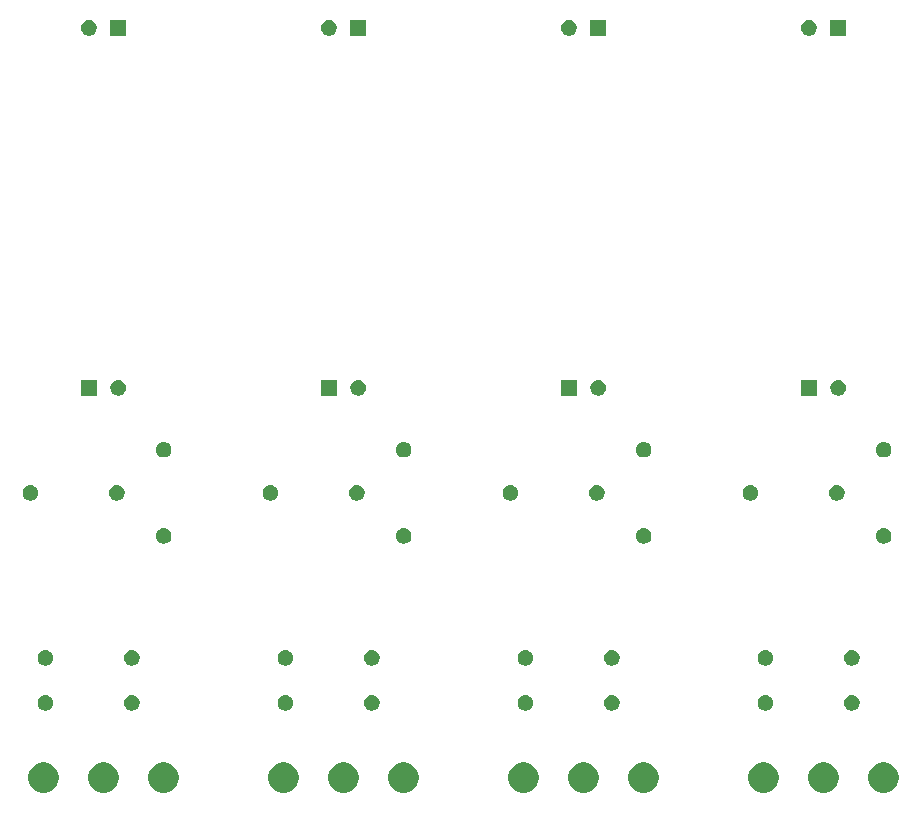
<source format=gbr>
G04 #@! TF.GenerationSoftware,KiCad,Pcbnew,5.1.5-52549c5~86~ubuntu16.04.1*
G04 #@! TF.CreationDate,2020-04-18T11:50:37-06:00*
G04 #@! TF.ProjectId,M_OpDetect,4d5f4f70-4465-4746-9563-742e6b696361,rev?*
G04 #@! TF.SameCoordinates,Original*
G04 #@! TF.FileFunction,Soldermask,Bot*
G04 #@! TF.FilePolarity,Negative*
%FSLAX46Y46*%
G04 Gerber Fmt 4.6, Leading zero omitted, Abs format (unit mm)*
G04 Created by KiCad (PCBNEW 5.1.5-52549c5~86~ubuntu16.04.1) date 2020-04-18 11:50:37*
%MOMM*%
%LPD*%
G04 APERTURE LIST*
%ADD10C,0.100000*%
G04 APERTURE END LIST*
D10*
G36*
X145159393Y-120669304D02*
G01*
X145396101Y-120767352D01*
X145396103Y-120767353D01*
X145609135Y-120909696D01*
X145790304Y-121090865D01*
X145932647Y-121303897D01*
X145932648Y-121303899D01*
X146030696Y-121540607D01*
X146080680Y-121791893D01*
X146080680Y-122048107D01*
X146030696Y-122299393D01*
X145932648Y-122536101D01*
X145932647Y-122536103D01*
X145790304Y-122749135D01*
X145609135Y-122930304D01*
X145396103Y-123072647D01*
X145396102Y-123072648D01*
X145396101Y-123072648D01*
X145159393Y-123170696D01*
X144908107Y-123220680D01*
X144651893Y-123220680D01*
X144400607Y-123170696D01*
X144163899Y-123072648D01*
X144163898Y-123072648D01*
X144163897Y-123072647D01*
X143950865Y-122930304D01*
X143769696Y-122749135D01*
X143627353Y-122536103D01*
X143627352Y-122536101D01*
X143529304Y-122299393D01*
X143479320Y-122048107D01*
X143479320Y-121791893D01*
X143529304Y-121540607D01*
X143627352Y-121303899D01*
X143627353Y-121303897D01*
X143769696Y-121090865D01*
X143950865Y-120909696D01*
X144163897Y-120767353D01*
X144163899Y-120767352D01*
X144400607Y-120669304D01*
X144651893Y-120619320D01*
X144908107Y-120619320D01*
X145159393Y-120669304D01*
G37*
G36*
X206119393Y-120669304D02*
G01*
X206356101Y-120767352D01*
X206356103Y-120767353D01*
X206569135Y-120909696D01*
X206750304Y-121090865D01*
X206892647Y-121303897D01*
X206892648Y-121303899D01*
X206990696Y-121540607D01*
X207040680Y-121791893D01*
X207040680Y-122048107D01*
X206990696Y-122299393D01*
X206892648Y-122536101D01*
X206892647Y-122536103D01*
X206750304Y-122749135D01*
X206569135Y-122930304D01*
X206356103Y-123072647D01*
X206356102Y-123072648D01*
X206356101Y-123072648D01*
X206119393Y-123170696D01*
X205868107Y-123220680D01*
X205611893Y-123220680D01*
X205360607Y-123170696D01*
X205123899Y-123072648D01*
X205123898Y-123072648D01*
X205123897Y-123072647D01*
X204910865Y-122930304D01*
X204729696Y-122749135D01*
X204587353Y-122536103D01*
X204587352Y-122536101D01*
X204489304Y-122299393D01*
X204439320Y-122048107D01*
X204439320Y-121791893D01*
X204489304Y-121540607D01*
X204587352Y-121303899D01*
X204587353Y-121303897D01*
X204729696Y-121090865D01*
X204910865Y-120909696D01*
X205123897Y-120767353D01*
X205123899Y-120767352D01*
X205360607Y-120669304D01*
X205611893Y-120619320D01*
X205868107Y-120619320D01*
X206119393Y-120669304D01*
G37*
G36*
X201039393Y-120669304D02*
G01*
X201276101Y-120767352D01*
X201276103Y-120767353D01*
X201489135Y-120909696D01*
X201670304Y-121090865D01*
X201812647Y-121303897D01*
X201812648Y-121303899D01*
X201910696Y-121540607D01*
X201960680Y-121791893D01*
X201960680Y-122048107D01*
X201910696Y-122299393D01*
X201812648Y-122536101D01*
X201812647Y-122536103D01*
X201670304Y-122749135D01*
X201489135Y-122930304D01*
X201276103Y-123072647D01*
X201276102Y-123072648D01*
X201276101Y-123072648D01*
X201039393Y-123170696D01*
X200788107Y-123220680D01*
X200531893Y-123220680D01*
X200280607Y-123170696D01*
X200043899Y-123072648D01*
X200043898Y-123072648D01*
X200043897Y-123072647D01*
X199830865Y-122930304D01*
X199649696Y-122749135D01*
X199507353Y-122536103D01*
X199507352Y-122536101D01*
X199409304Y-122299393D01*
X199359320Y-122048107D01*
X199359320Y-121791893D01*
X199409304Y-121540607D01*
X199507352Y-121303899D01*
X199507353Y-121303897D01*
X199649696Y-121090865D01*
X199830865Y-120909696D01*
X200043897Y-120767353D01*
X200043899Y-120767352D01*
X200280607Y-120669304D01*
X200531893Y-120619320D01*
X200788107Y-120619320D01*
X201039393Y-120669304D01*
G37*
G36*
X195959393Y-120669304D02*
G01*
X196196101Y-120767352D01*
X196196103Y-120767353D01*
X196409135Y-120909696D01*
X196590304Y-121090865D01*
X196732647Y-121303897D01*
X196732648Y-121303899D01*
X196830696Y-121540607D01*
X196880680Y-121791893D01*
X196880680Y-122048107D01*
X196830696Y-122299393D01*
X196732648Y-122536101D01*
X196732647Y-122536103D01*
X196590304Y-122749135D01*
X196409135Y-122930304D01*
X196196103Y-123072647D01*
X196196102Y-123072648D01*
X196196101Y-123072648D01*
X195959393Y-123170696D01*
X195708107Y-123220680D01*
X195451893Y-123220680D01*
X195200607Y-123170696D01*
X194963899Y-123072648D01*
X194963898Y-123072648D01*
X194963897Y-123072647D01*
X194750865Y-122930304D01*
X194569696Y-122749135D01*
X194427353Y-122536103D01*
X194427352Y-122536101D01*
X194329304Y-122299393D01*
X194279320Y-122048107D01*
X194279320Y-121791893D01*
X194329304Y-121540607D01*
X194427352Y-121303899D01*
X194427353Y-121303897D01*
X194569696Y-121090865D01*
X194750865Y-120909696D01*
X194963897Y-120767353D01*
X194963899Y-120767352D01*
X195200607Y-120669304D01*
X195451893Y-120619320D01*
X195708107Y-120619320D01*
X195959393Y-120669304D01*
G37*
G36*
X180719393Y-120669304D02*
G01*
X180956101Y-120767352D01*
X180956103Y-120767353D01*
X181169135Y-120909696D01*
X181350304Y-121090865D01*
X181492647Y-121303897D01*
X181492648Y-121303899D01*
X181590696Y-121540607D01*
X181640680Y-121791893D01*
X181640680Y-122048107D01*
X181590696Y-122299393D01*
X181492648Y-122536101D01*
X181492647Y-122536103D01*
X181350304Y-122749135D01*
X181169135Y-122930304D01*
X180956103Y-123072647D01*
X180956102Y-123072648D01*
X180956101Y-123072648D01*
X180719393Y-123170696D01*
X180468107Y-123220680D01*
X180211893Y-123220680D01*
X179960607Y-123170696D01*
X179723899Y-123072648D01*
X179723898Y-123072648D01*
X179723897Y-123072647D01*
X179510865Y-122930304D01*
X179329696Y-122749135D01*
X179187353Y-122536103D01*
X179187352Y-122536101D01*
X179089304Y-122299393D01*
X179039320Y-122048107D01*
X179039320Y-121791893D01*
X179089304Y-121540607D01*
X179187352Y-121303899D01*
X179187353Y-121303897D01*
X179329696Y-121090865D01*
X179510865Y-120909696D01*
X179723897Y-120767353D01*
X179723899Y-120767352D01*
X179960607Y-120669304D01*
X180211893Y-120619320D01*
X180468107Y-120619320D01*
X180719393Y-120669304D01*
G37*
G36*
X175639393Y-120669304D02*
G01*
X175876101Y-120767352D01*
X175876103Y-120767353D01*
X176089135Y-120909696D01*
X176270304Y-121090865D01*
X176412647Y-121303897D01*
X176412648Y-121303899D01*
X176510696Y-121540607D01*
X176560680Y-121791893D01*
X176560680Y-122048107D01*
X176510696Y-122299393D01*
X176412648Y-122536101D01*
X176412647Y-122536103D01*
X176270304Y-122749135D01*
X176089135Y-122930304D01*
X175876103Y-123072647D01*
X175876102Y-123072648D01*
X175876101Y-123072648D01*
X175639393Y-123170696D01*
X175388107Y-123220680D01*
X175131893Y-123220680D01*
X174880607Y-123170696D01*
X174643899Y-123072648D01*
X174643898Y-123072648D01*
X174643897Y-123072647D01*
X174430865Y-122930304D01*
X174249696Y-122749135D01*
X174107353Y-122536103D01*
X174107352Y-122536101D01*
X174009304Y-122299393D01*
X173959320Y-122048107D01*
X173959320Y-121791893D01*
X174009304Y-121540607D01*
X174107352Y-121303899D01*
X174107353Y-121303897D01*
X174249696Y-121090865D01*
X174430865Y-120909696D01*
X174643897Y-120767353D01*
X174643899Y-120767352D01*
X174880607Y-120669304D01*
X175131893Y-120619320D01*
X175388107Y-120619320D01*
X175639393Y-120669304D01*
G37*
G36*
X185799393Y-120669304D02*
G01*
X186036101Y-120767352D01*
X186036103Y-120767353D01*
X186249135Y-120909696D01*
X186430304Y-121090865D01*
X186572647Y-121303897D01*
X186572648Y-121303899D01*
X186670696Y-121540607D01*
X186720680Y-121791893D01*
X186720680Y-122048107D01*
X186670696Y-122299393D01*
X186572648Y-122536101D01*
X186572647Y-122536103D01*
X186430304Y-122749135D01*
X186249135Y-122930304D01*
X186036103Y-123072647D01*
X186036102Y-123072648D01*
X186036101Y-123072648D01*
X185799393Y-123170696D01*
X185548107Y-123220680D01*
X185291893Y-123220680D01*
X185040607Y-123170696D01*
X184803899Y-123072648D01*
X184803898Y-123072648D01*
X184803897Y-123072647D01*
X184590865Y-122930304D01*
X184409696Y-122749135D01*
X184267353Y-122536103D01*
X184267352Y-122536101D01*
X184169304Y-122299393D01*
X184119320Y-122048107D01*
X184119320Y-121791893D01*
X184169304Y-121540607D01*
X184267352Y-121303899D01*
X184267353Y-121303897D01*
X184409696Y-121090865D01*
X184590865Y-120909696D01*
X184803897Y-120767353D01*
X184803899Y-120767352D01*
X185040607Y-120669304D01*
X185291893Y-120619320D01*
X185548107Y-120619320D01*
X185799393Y-120669304D01*
G37*
G36*
X155319393Y-120669304D02*
G01*
X155556101Y-120767352D01*
X155556103Y-120767353D01*
X155769135Y-120909696D01*
X155950304Y-121090865D01*
X156092647Y-121303897D01*
X156092648Y-121303899D01*
X156190696Y-121540607D01*
X156240680Y-121791893D01*
X156240680Y-122048107D01*
X156190696Y-122299393D01*
X156092648Y-122536101D01*
X156092647Y-122536103D01*
X155950304Y-122749135D01*
X155769135Y-122930304D01*
X155556103Y-123072647D01*
X155556102Y-123072648D01*
X155556101Y-123072648D01*
X155319393Y-123170696D01*
X155068107Y-123220680D01*
X154811893Y-123220680D01*
X154560607Y-123170696D01*
X154323899Y-123072648D01*
X154323898Y-123072648D01*
X154323897Y-123072647D01*
X154110865Y-122930304D01*
X153929696Y-122749135D01*
X153787353Y-122536103D01*
X153787352Y-122536101D01*
X153689304Y-122299393D01*
X153639320Y-122048107D01*
X153639320Y-121791893D01*
X153689304Y-121540607D01*
X153787352Y-121303899D01*
X153787353Y-121303897D01*
X153929696Y-121090865D01*
X154110865Y-120909696D01*
X154323897Y-120767353D01*
X154323899Y-120767352D01*
X154560607Y-120669304D01*
X154811893Y-120619320D01*
X155068107Y-120619320D01*
X155319393Y-120669304D01*
G37*
G36*
X165479393Y-120669304D02*
G01*
X165716101Y-120767352D01*
X165716103Y-120767353D01*
X165929135Y-120909696D01*
X166110304Y-121090865D01*
X166252647Y-121303897D01*
X166252648Y-121303899D01*
X166350696Y-121540607D01*
X166400680Y-121791893D01*
X166400680Y-122048107D01*
X166350696Y-122299393D01*
X166252648Y-122536101D01*
X166252647Y-122536103D01*
X166110304Y-122749135D01*
X165929135Y-122930304D01*
X165716103Y-123072647D01*
X165716102Y-123072648D01*
X165716101Y-123072648D01*
X165479393Y-123170696D01*
X165228107Y-123220680D01*
X164971893Y-123220680D01*
X164720607Y-123170696D01*
X164483899Y-123072648D01*
X164483898Y-123072648D01*
X164483897Y-123072647D01*
X164270865Y-122930304D01*
X164089696Y-122749135D01*
X163947353Y-122536103D01*
X163947352Y-122536101D01*
X163849304Y-122299393D01*
X163799320Y-122048107D01*
X163799320Y-121791893D01*
X163849304Y-121540607D01*
X163947352Y-121303899D01*
X163947353Y-121303897D01*
X164089696Y-121090865D01*
X164270865Y-120909696D01*
X164483897Y-120767353D01*
X164483899Y-120767352D01*
X164720607Y-120669304D01*
X164971893Y-120619320D01*
X165228107Y-120619320D01*
X165479393Y-120669304D01*
G37*
G36*
X140079393Y-120669304D02*
G01*
X140316101Y-120767352D01*
X140316103Y-120767353D01*
X140529135Y-120909696D01*
X140710304Y-121090865D01*
X140852647Y-121303897D01*
X140852648Y-121303899D01*
X140950696Y-121540607D01*
X141000680Y-121791893D01*
X141000680Y-122048107D01*
X140950696Y-122299393D01*
X140852648Y-122536101D01*
X140852647Y-122536103D01*
X140710304Y-122749135D01*
X140529135Y-122930304D01*
X140316103Y-123072647D01*
X140316102Y-123072648D01*
X140316101Y-123072648D01*
X140079393Y-123170696D01*
X139828107Y-123220680D01*
X139571893Y-123220680D01*
X139320607Y-123170696D01*
X139083899Y-123072648D01*
X139083898Y-123072648D01*
X139083897Y-123072647D01*
X138870865Y-122930304D01*
X138689696Y-122749135D01*
X138547353Y-122536103D01*
X138547352Y-122536101D01*
X138449304Y-122299393D01*
X138399320Y-122048107D01*
X138399320Y-121791893D01*
X138449304Y-121540607D01*
X138547352Y-121303899D01*
X138547353Y-121303897D01*
X138689696Y-121090865D01*
X138870865Y-120909696D01*
X139083897Y-120767353D01*
X139083899Y-120767352D01*
X139320607Y-120669304D01*
X139571893Y-120619320D01*
X139828107Y-120619320D01*
X140079393Y-120669304D01*
G37*
G36*
X134999393Y-120669304D02*
G01*
X135236101Y-120767352D01*
X135236103Y-120767353D01*
X135449135Y-120909696D01*
X135630304Y-121090865D01*
X135772647Y-121303897D01*
X135772648Y-121303899D01*
X135870696Y-121540607D01*
X135920680Y-121791893D01*
X135920680Y-122048107D01*
X135870696Y-122299393D01*
X135772648Y-122536101D01*
X135772647Y-122536103D01*
X135630304Y-122749135D01*
X135449135Y-122930304D01*
X135236103Y-123072647D01*
X135236102Y-123072648D01*
X135236101Y-123072648D01*
X134999393Y-123170696D01*
X134748107Y-123220680D01*
X134491893Y-123220680D01*
X134240607Y-123170696D01*
X134003899Y-123072648D01*
X134003898Y-123072648D01*
X134003897Y-123072647D01*
X133790865Y-122930304D01*
X133609696Y-122749135D01*
X133467353Y-122536103D01*
X133467352Y-122536101D01*
X133369304Y-122299393D01*
X133319320Y-122048107D01*
X133319320Y-121791893D01*
X133369304Y-121540607D01*
X133467352Y-121303899D01*
X133467353Y-121303897D01*
X133609696Y-121090865D01*
X133790865Y-120909696D01*
X134003897Y-120767353D01*
X134003899Y-120767352D01*
X134240607Y-120669304D01*
X134491893Y-120619320D01*
X134748107Y-120619320D01*
X134999393Y-120669304D01*
G37*
G36*
X160399393Y-120669304D02*
G01*
X160636101Y-120767352D01*
X160636103Y-120767353D01*
X160849135Y-120909696D01*
X161030304Y-121090865D01*
X161172647Y-121303897D01*
X161172648Y-121303899D01*
X161270696Y-121540607D01*
X161320680Y-121791893D01*
X161320680Y-122048107D01*
X161270696Y-122299393D01*
X161172648Y-122536101D01*
X161172647Y-122536103D01*
X161030304Y-122749135D01*
X160849135Y-122930304D01*
X160636103Y-123072647D01*
X160636102Y-123072648D01*
X160636101Y-123072648D01*
X160399393Y-123170696D01*
X160148107Y-123220680D01*
X159891893Y-123220680D01*
X159640607Y-123170696D01*
X159403899Y-123072648D01*
X159403898Y-123072648D01*
X159403897Y-123072647D01*
X159190865Y-122930304D01*
X159009696Y-122749135D01*
X158867353Y-122536103D01*
X158867352Y-122536101D01*
X158769304Y-122299393D01*
X158719320Y-122048107D01*
X158719320Y-121791893D01*
X158769304Y-121540607D01*
X158867352Y-121303899D01*
X158867353Y-121303897D01*
X159009696Y-121090865D01*
X159190865Y-120909696D01*
X159403897Y-120767353D01*
X159403899Y-120767352D01*
X159640607Y-120669304D01*
X159891893Y-120619320D01*
X160148107Y-120619320D01*
X160399393Y-120669304D01*
G37*
G36*
X195935431Y-114925747D02*
G01*
X196057365Y-114976254D01*
X196167098Y-115049575D01*
X196260425Y-115142902D01*
X196333746Y-115252635D01*
X196384253Y-115374569D01*
X196410000Y-115504009D01*
X196410000Y-115635991D01*
X196384253Y-115765431D01*
X196333746Y-115887365D01*
X196260425Y-115997098D01*
X196167098Y-116090425D01*
X196057365Y-116163746D01*
X195935431Y-116214253D01*
X195805991Y-116240000D01*
X195674009Y-116240000D01*
X195544569Y-116214253D01*
X195422635Y-116163746D01*
X195312902Y-116090425D01*
X195219575Y-115997098D01*
X195146254Y-115887365D01*
X195095747Y-115765431D01*
X195070000Y-115635991D01*
X195070000Y-115504009D01*
X195095747Y-115374569D01*
X195146254Y-115252635D01*
X195219575Y-115142902D01*
X195312902Y-115049575D01*
X195422635Y-114976254D01*
X195544569Y-114925747D01*
X195674009Y-114900000D01*
X195805991Y-114900000D01*
X195935431Y-114925747D01*
G37*
G36*
X203235431Y-114925747D02*
G01*
X203357365Y-114976254D01*
X203467098Y-115049575D01*
X203560425Y-115142902D01*
X203633746Y-115252635D01*
X203684253Y-115374569D01*
X203710000Y-115504009D01*
X203710000Y-115635991D01*
X203684253Y-115765431D01*
X203633746Y-115887365D01*
X203560425Y-115997098D01*
X203467098Y-116090425D01*
X203357365Y-116163746D01*
X203235431Y-116214253D01*
X203105991Y-116240000D01*
X202974009Y-116240000D01*
X202844569Y-116214253D01*
X202722635Y-116163746D01*
X202612902Y-116090425D01*
X202519575Y-115997098D01*
X202446254Y-115887365D01*
X202395747Y-115765431D01*
X202370000Y-115635991D01*
X202370000Y-115504009D01*
X202395747Y-115374569D01*
X202446254Y-115252635D01*
X202519575Y-115142902D01*
X202612902Y-115049575D01*
X202722635Y-114976254D01*
X202844569Y-114925747D01*
X202974009Y-114900000D01*
X203105991Y-114900000D01*
X203235431Y-114925747D01*
G37*
G36*
X175615431Y-114925747D02*
G01*
X175737365Y-114976254D01*
X175847098Y-115049575D01*
X175940425Y-115142902D01*
X176013746Y-115252635D01*
X176064253Y-115374569D01*
X176090000Y-115504009D01*
X176090000Y-115635991D01*
X176064253Y-115765431D01*
X176013746Y-115887365D01*
X175940425Y-115997098D01*
X175847098Y-116090425D01*
X175737365Y-116163746D01*
X175615431Y-116214253D01*
X175485991Y-116240000D01*
X175354009Y-116240000D01*
X175224569Y-116214253D01*
X175102635Y-116163746D01*
X174992902Y-116090425D01*
X174899575Y-115997098D01*
X174826254Y-115887365D01*
X174775747Y-115765431D01*
X174750000Y-115635991D01*
X174750000Y-115504009D01*
X174775747Y-115374569D01*
X174826254Y-115252635D01*
X174899575Y-115142902D01*
X174992902Y-115049575D01*
X175102635Y-114976254D01*
X175224569Y-114925747D01*
X175354009Y-114900000D01*
X175485991Y-114900000D01*
X175615431Y-114925747D01*
G37*
G36*
X182915431Y-114925747D02*
G01*
X183037365Y-114976254D01*
X183147098Y-115049575D01*
X183240425Y-115142902D01*
X183313746Y-115252635D01*
X183364253Y-115374569D01*
X183390000Y-115504009D01*
X183390000Y-115635991D01*
X183364253Y-115765431D01*
X183313746Y-115887365D01*
X183240425Y-115997098D01*
X183147098Y-116090425D01*
X183037365Y-116163746D01*
X182915431Y-116214253D01*
X182785991Y-116240000D01*
X182654009Y-116240000D01*
X182524569Y-116214253D01*
X182402635Y-116163746D01*
X182292902Y-116090425D01*
X182199575Y-115997098D01*
X182126254Y-115887365D01*
X182075747Y-115765431D01*
X182050000Y-115635991D01*
X182050000Y-115504009D01*
X182075747Y-115374569D01*
X182126254Y-115252635D01*
X182199575Y-115142902D01*
X182292902Y-115049575D01*
X182402635Y-114976254D01*
X182524569Y-114925747D01*
X182654009Y-114900000D01*
X182785991Y-114900000D01*
X182915431Y-114925747D01*
G37*
G36*
X162595431Y-114925747D02*
G01*
X162717365Y-114976254D01*
X162827098Y-115049575D01*
X162920425Y-115142902D01*
X162993746Y-115252635D01*
X163044253Y-115374569D01*
X163070000Y-115504009D01*
X163070000Y-115635991D01*
X163044253Y-115765431D01*
X162993746Y-115887365D01*
X162920425Y-115997098D01*
X162827098Y-116090425D01*
X162717365Y-116163746D01*
X162595431Y-116214253D01*
X162465991Y-116240000D01*
X162334009Y-116240000D01*
X162204569Y-116214253D01*
X162082635Y-116163746D01*
X161972902Y-116090425D01*
X161879575Y-115997098D01*
X161806254Y-115887365D01*
X161755747Y-115765431D01*
X161730000Y-115635991D01*
X161730000Y-115504009D01*
X161755747Y-115374569D01*
X161806254Y-115252635D01*
X161879575Y-115142902D01*
X161972902Y-115049575D01*
X162082635Y-114976254D01*
X162204569Y-114925747D01*
X162334009Y-114900000D01*
X162465991Y-114900000D01*
X162595431Y-114925747D01*
G37*
G36*
X134975431Y-114925747D02*
G01*
X135097365Y-114976254D01*
X135207098Y-115049575D01*
X135300425Y-115142902D01*
X135373746Y-115252635D01*
X135424253Y-115374569D01*
X135450000Y-115504009D01*
X135450000Y-115635991D01*
X135424253Y-115765431D01*
X135373746Y-115887365D01*
X135300425Y-115997098D01*
X135207098Y-116090425D01*
X135097365Y-116163746D01*
X134975431Y-116214253D01*
X134845991Y-116240000D01*
X134714009Y-116240000D01*
X134584569Y-116214253D01*
X134462635Y-116163746D01*
X134352902Y-116090425D01*
X134259575Y-115997098D01*
X134186254Y-115887365D01*
X134135747Y-115765431D01*
X134110000Y-115635991D01*
X134110000Y-115504009D01*
X134135747Y-115374569D01*
X134186254Y-115252635D01*
X134259575Y-115142902D01*
X134352902Y-115049575D01*
X134462635Y-114976254D01*
X134584569Y-114925747D01*
X134714009Y-114900000D01*
X134845991Y-114900000D01*
X134975431Y-114925747D01*
G37*
G36*
X142275431Y-114925747D02*
G01*
X142397365Y-114976254D01*
X142507098Y-115049575D01*
X142600425Y-115142902D01*
X142673746Y-115252635D01*
X142724253Y-115374569D01*
X142750000Y-115504009D01*
X142750000Y-115635991D01*
X142724253Y-115765431D01*
X142673746Y-115887365D01*
X142600425Y-115997098D01*
X142507098Y-116090425D01*
X142397365Y-116163746D01*
X142275431Y-116214253D01*
X142145991Y-116240000D01*
X142014009Y-116240000D01*
X141884569Y-116214253D01*
X141762635Y-116163746D01*
X141652902Y-116090425D01*
X141559575Y-115997098D01*
X141486254Y-115887365D01*
X141435747Y-115765431D01*
X141410000Y-115635991D01*
X141410000Y-115504009D01*
X141435747Y-115374569D01*
X141486254Y-115252635D01*
X141559575Y-115142902D01*
X141652902Y-115049575D01*
X141762635Y-114976254D01*
X141884569Y-114925747D01*
X142014009Y-114900000D01*
X142145991Y-114900000D01*
X142275431Y-114925747D01*
G37*
G36*
X155295431Y-114925747D02*
G01*
X155417365Y-114976254D01*
X155527098Y-115049575D01*
X155620425Y-115142902D01*
X155693746Y-115252635D01*
X155744253Y-115374569D01*
X155770000Y-115504009D01*
X155770000Y-115635991D01*
X155744253Y-115765431D01*
X155693746Y-115887365D01*
X155620425Y-115997098D01*
X155527098Y-116090425D01*
X155417365Y-116163746D01*
X155295431Y-116214253D01*
X155165991Y-116240000D01*
X155034009Y-116240000D01*
X154904569Y-116214253D01*
X154782635Y-116163746D01*
X154672902Y-116090425D01*
X154579575Y-115997098D01*
X154506254Y-115887365D01*
X154455747Y-115765431D01*
X154430000Y-115635991D01*
X154430000Y-115504009D01*
X154455747Y-115374569D01*
X154506254Y-115252635D01*
X154579575Y-115142902D01*
X154672902Y-115049575D01*
X154782635Y-114976254D01*
X154904569Y-114925747D01*
X155034009Y-114900000D01*
X155165991Y-114900000D01*
X155295431Y-114925747D01*
G37*
G36*
X182915431Y-111115747D02*
G01*
X183037365Y-111166254D01*
X183147098Y-111239575D01*
X183240425Y-111332902D01*
X183313746Y-111442635D01*
X183364253Y-111564569D01*
X183390000Y-111694009D01*
X183390000Y-111825991D01*
X183364253Y-111955431D01*
X183313746Y-112077365D01*
X183240425Y-112187098D01*
X183147098Y-112280425D01*
X183037365Y-112353746D01*
X182915431Y-112404253D01*
X182785991Y-112430000D01*
X182654009Y-112430000D01*
X182524569Y-112404253D01*
X182402635Y-112353746D01*
X182292902Y-112280425D01*
X182199575Y-112187098D01*
X182126254Y-112077365D01*
X182075747Y-111955431D01*
X182050000Y-111825991D01*
X182050000Y-111694009D01*
X182075747Y-111564569D01*
X182126254Y-111442635D01*
X182199575Y-111332902D01*
X182292902Y-111239575D01*
X182402635Y-111166254D01*
X182524569Y-111115747D01*
X182654009Y-111090000D01*
X182785991Y-111090000D01*
X182915431Y-111115747D01*
G37*
G36*
X175615431Y-111115747D02*
G01*
X175737365Y-111166254D01*
X175847098Y-111239575D01*
X175940425Y-111332902D01*
X176013746Y-111442635D01*
X176064253Y-111564569D01*
X176090000Y-111694009D01*
X176090000Y-111825991D01*
X176064253Y-111955431D01*
X176013746Y-112077365D01*
X175940425Y-112187098D01*
X175847098Y-112280425D01*
X175737365Y-112353746D01*
X175615431Y-112404253D01*
X175485991Y-112430000D01*
X175354009Y-112430000D01*
X175224569Y-112404253D01*
X175102635Y-112353746D01*
X174992902Y-112280425D01*
X174899575Y-112187098D01*
X174826254Y-112077365D01*
X174775747Y-111955431D01*
X174750000Y-111825991D01*
X174750000Y-111694009D01*
X174775747Y-111564569D01*
X174826254Y-111442635D01*
X174899575Y-111332902D01*
X174992902Y-111239575D01*
X175102635Y-111166254D01*
X175224569Y-111115747D01*
X175354009Y-111090000D01*
X175485991Y-111090000D01*
X175615431Y-111115747D01*
G37*
G36*
X162595431Y-111115747D02*
G01*
X162717365Y-111166254D01*
X162827098Y-111239575D01*
X162920425Y-111332902D01*
X162993746Y-111442635D01*
X163044253Y-111564569D01*
X163070000Y-111694009D01*
X163070000Y-111825991D01*
X163044253Y-111955431D01*
X162993746Y-112077365D01*
X162920425Y-112187098D01*
X162827098Y-112280425D01*
X162717365Y-112353746D01*
X162595431Y-112404253D01*
X162465991Y-112430000D01*
X162334009Y-112430000D01*
X162204569Y-112404253D01*
X162082635Y-112353746D01*
X161972902Y-112280425D01*
X161879575Y-112187098D01*
X161806254Y-112077365D01*
X161755747Y-111955431D01*
X161730000Y-111825991D01*
X161730000Y-111694009D01*
X161755747Y-111564569D01*
X161806254Y-111442635D01*
X161879575Y-111332902D01*
X161972902Y-111239575D01*
X162082635Y-111166254D01*
X162204569Y-111115747D01*
X162334009Y-111090000D01*
X162465991Y-111090000D01*
X162595431Y-111115747D01*
G37*
G36*
X155295431Y-111115747D02*
G01*
X155417365Y-111166254D01*
X155527098Y-111239575D01*
X155620425Y-111332902D01*
X155693746Y-111442635D01*
X155744253Y-111564569D01*
X155770000Y-111694009D01*
X155770000Y-111825991D01*
X155744253Y-111955431D01*
X155693746Y-112077365D01*
X155620425Y-112187098D01*
X155527098Y-112280425D01*
X155417365Y-112353746D01*
X155295431Y-112404253D01*
X155165991Y-112430000D01*
X155034009Y-112430000D01*
X154904569Y-112404253D01*
X154782635Y-112353746D01*
X154672902Y-112280425D01*
X154579575Y-112187098D01*
X154506254Y-112077365D01*
X154455747Y-111955431D01*
X154430000Y-111825991D01*
X154430000Y-111694009D01*
X154455747Y-111564569D01*
X154506254Y-111442635D01*
X154579575Y-111332902D01*
X154672902Y-111239575D01*
X154782635Y-111166254D01*
X154904569Y-111115747D01*
X155034009Y-111090000D01*
X155165991Y-111090000D01*
X155295431Y-111115747D01*
G37*
G36*
X142275431Y-111115747D02*
G01*
X142397365Y-111166254D01*
X142507098Y-111239575D01*
X142600425Y-111332902D01*
X142673746Y-111442635D01*
X142724253Y-111564569D01*
X142750000Y-111694009D01*
X142750000Y-111825991D01*
X142724253Y-111955431D01*
X142673746Y-112077365D01*
X142600425Y-112187098D01*
X142507098Y-112280425D01*
X142397365Y-112353746D01*
X142275431Y-112404253D01*
X142145991Y-112430000D01*
X142014009Y-112430000D01*
X141884569Y-112404253D01*
X141762635Y-112353746D01*
X141652902Y-112280425D01*
X141559575Y-112187098D01*
X141486254Y-112077365D01*
X141435747Y-111955431D01*
X141410000Y-111825991D01*
X141410000Y-111694009D01*
X141435747Y-111564569D01*
X141486254Y-111442635D01*
X141559575Y-111332902D01*
X141652902Y-111239575D01*
X141762635Y-111166254D01*
X141884569Y-111115747D01*
X142014009Y-111090000D01*
X142145991Y-111090000D01*
X142275431Y-111115747D01*
G37*
G36*
X134975431Y-111115747D02*
G01*
X135097365Y-111166254D01*
X135207098Y-111239575D01*
X135300425Y-111332902D01*
X135373746Y-111442635D01*
X135424253Y-111564569D01*
X135450000Y-111694009D01*
X135450000Y-111825991D01*
X135424253Y-111955431D01*
X135373746Y-112077365D01*
X135300425Y-112187098D01*
X135207098Y-112280425D01*
X135097365Y-112353746D01*
X134975431Y-112404253D01*
X134845991Y-112430000D01*
X134714009Y-112430000D01*
X134584569Y-112404253D01*
X134462635Y-112353746D01*
X134352902Y-112280425D01*
X134259575Y-112187098D01*
X134186254Y-112077365D01*
X134135747Y-111955431D01*
X134110000Y-111825991D01*
X134110000Y-111694009D01*
X134135747Y-111564569D01*
X134186254Y-111442635D01*
X134259575Y-111332902D01*
X134352902Y-111239575D01*
X134462635Y-111166254D01*
X134584569Y-111115747D01*
X134714009Y-111090000D01*
X134845991Y-111090000D01*
X134975431Y-111115747D01*
G37*
G36*
X195935431Y-111115747D02*
G01*
X196057365Y-111166254D01*
X196167098Y-111239575D01*
X196260425Y-111332902D01*
X196333746Y-111442635D01*
X196384253Y-111564569D01*
X196410000Y-111694009D01*
X196410000Y-111825991D01*
X196384253Y-111955431D01*
X196333746Y-112077365D01*
X196260425Y-112187098D01*
X196167098Y-112280425D01*
X196057365Y-112353746D01*
X195935431Y-112404253D01*
X195805991Y-112430000D01*
X195674009Y-112430000D01*
X195544569Y-112404253D01*
X195422635Y-112353746D01*
X195312902Y-112280425D01*
X195219575Y-112187098D01*
X195146254Y-112077365D01*
X195095747Y-111955431D01*
X195070000Y-111825991D01*
X195070000Y-111694009D01*
X195095747Y-111564569D01*
X195146254Y-111442635D01*
X195219575Y-111332902D01*
X195312902Y-111239575D01*
X195422635Y-111166254D01*
X195544569Y-111115747D01*
X195674009Y-111090000D01*
X195805991Y-111090000D01*
X195935431Y-111115747D01*
G37*
G36*
X203235431Y-111115747D02*
G01*
X203357365Y-111166254D01*
X203467098Y-111239575D01*
X203560425Y-111332902D01*
X203633746Y-111442635D01*
X203684253Y-111564569D01*
X203710000Y-111694009D01*
X203710000Y-111825991D01*
X203684253Y-111955431D01*
X203633746Y-112077365D01*
X203560425Y-112187098D01*
X203467098Y-112280425D01*
X203357365Y-112353746D01*
X203235431Y-112404253D01*
X203105991Y-112430000D01*
X202974009Y-112430000D01*
X202844569Y-112404253D01*
X202722635Y-112353746D01*
X202612902Y-112280425D01*
X202519575Y-112187098D01*
X202446254Y-112077365D01*
X202395747Y-111955431D01*
X202370000Y-111825991D01*
X202370000Y-111694009D01*
X202395747Y-111564569D01*
X202446254Y-111442635D01*
X202519575Y-111332902D01*
X202612902Y-111239575D01*
X202722635Y-111166254D01*
X202844569Y-111115747D01*
X202974009Y-111090000D01*
X203105991Y-111090000D01*
X203235431Y-111115747D01*
G37*
G36*
X185615431Y-100795747D02*
G01*
X185737365Y-100846254D01*
X185847098Y-100919575D01*
X185940425Y-101012902D01*
X186013746Y-101122635D01*
X186064253Y-101244569D01*
X186090000Y-101374009D01*
X186090000Y-101505991D01*
X186064253Y-101635431D01*
X186013746Y-101757365D01*
X185940425Y-101867098D01*
X185847098Y-101960425D01*
X185737365Y-102033746D01*
X185615431Y-102084253D01*
X185485991Y-102110000D01*
X185354009Y-102110000D01*
X185224569Y-102084253D01*
X185102635Y-102033746D01*
X184992902Y-101960425D01*
X184899575Y-101867098D01*
X184826254Y-101757365D01*
X184775747Y-101635431D01*
X184750000Y-101505991D01*
X184750000Y-101374009D01*
X184775747Y-101244569D01*
X184826254Y-101122635D01*
X184899575Y-101012902D01*
X184992902Y-100919575D01*
X185102635Y-100846254D01*
X185224569Y-100795747D01*
X185354009Y-100770000D01*
X185485991Y-100770000D01*
X185615431Y-100795747D01*
G37*
G36*
X165295431Y-100795747D02*
G01*
X165417365Y-100846254D01*
X165527098Y-100919575D01*
X165620425Y-101012902D01*
X165693746Y-101122635D01*
X165744253Y-101244569D01*
X165770000Y-101374009D01*
X165770000Y-101505991D01*
X165744253Y-101635431D01*
X165693746Y-101757365D01*
X165620425Y-101867098D01*
X165527098Y-101960425D01*
X165417365Y-102033746D01*
X165295431Y-102084253D01*
X165165991Y-102110000D01*
X165034009Y-102110000D01*
X164904569Y-102084253D01*
X164782635Y-102033746D01*
X164672902Y-101960425D01*
X164579575Y-101867098D01*
X164506254Y-101757365D01*
X164455747Y-101635431D01*
X164430000Y-101505991D01*
X164430000Y-101374009D01*
X164455747Y-101244569D01*
X164506254Y-101122635D01*
X164579575Y-101012902D01*
X164672902Y-100919575D01*
X164782635Y-100846254D01*
X164904569Y-100795747D01*
X165034009Y-100770000D01*
X165165991Y-100770000D01*
X165295431Y-100795747D01*
G37*
G36*
X205935431Y-100795747D02*
G01*
X206057365Y-100846254D01*
X206167098Y-100919575D01*
X206260425Y-101012902D01*
X206333746Y-101122635D01*
X206384253Y-101244569D01*
X206410000Y-101374009D01*
X206410000Y-101505991D01*
X206384253Y-101635431D01*
X206333746Y-101757365D01*
X206260425Y-101867098D01*
X206167098Y-101960425D01*
X206057365Y-102033746D01*
X205935431Y-102084253D01*
X205805991Y-102110000D01*
X205674009Y-102110000D01*
X205544569Y-102084253D01*
X205422635Y-102033746D01*
X205312902Y-101960425D01*
X205219575Y-101867098D01*
X205146254Y-101757365D01*
X205095747Y-101635431D01*
X205070000Y-101505991D01*
X205070000Y-101374009D01*
X205095747Y-101244569D01*
X205146254Y-101122635D01*
X205219575Y-101012902D01*
X205312902Y-100919575D01*
X205422635Y-100846254D01*
X205544569Y-100795747D01*
X205674009Y-100770000D01*
X205805991Y-100770000D01*
X205935431Y-100795747D01*
G37*
G36*
X144975431Y-100795747D02*
G01*
X145097365Y-100846254D01*
X145207098Y-100919575D01*
X145300425Y-101012902D01*
X145373746Y-101122635D01*
X145424253Y-101244569D01*
X145450000Y-101374009D01*
X145450000Y-101505991D01*
X145424253Y-101635431D01*
X145373746Y-101757365D01*
X145300425Y-101867098D01*
X145207098Y-101960425D01*
X145097365Y-102033746D01*
X144975431Y-102084253D01*
X144845991Y-102110000D01*
X144714009Y-102110000D01*
X144584569Y-102084253D01*
X144462635Y-102033746D01*
X144352902Y-101960425D01*
X144259575Y-101867098D01*
X144186254Y-101757365D01*
X144135747Y-101635431D01*
X144110000Y-101505991D01*
X144110000Y-101374009D01*
X144135747Y-101244569D01*
X144186254Y-101122635D01*
X144259575Y-101012902D01*
X144352902Y-100919575D01*
X144462635Y-100846254D01*
X144584569Y-100795747D01*
X144714009Y-100770000D01*
X144845991Y-100770000D01*
X144975431Y-100795747D01*
G37*
G36*
X141005431Y-97145747D02*
G01*
X141127365Y-97196254D01*
X141237098Y-97269575D01*
X141330425Y-97362902D01*
X141403746Y-97472635D01*
X141454253Y-97594569D01*
X141480000Y-97724009D01*
X141480000Y-97855991D01*
X141454253Y-97985431D01*
X141403746Y-98107365D01*
X141330425Y-98217098D01*
X141237098Y-98310425D01*
X141127365Y-98383746D01*
X141005431Y-98434253D01*
X140875991Y-98460000D01*
X140744009Y-98460000D01*
X140614569Y-98434253D01*
X140492635Y-98383746D01*
X140382902Y-98310425D01*
X140289575Y-98217098D01*
X140216254Y-98107365D01*
X140165747Y-97985431D01*
X140140000Y-97855991D01*
X140140000Y-97724009D01*
X140165747Y-97594569D01*
X140216254Y-97472635D01*
X140289575Y-97362902D01*
X140382902Y-97269575D01*
X140492635Y-97196254D01*
X140614569Y-97145747D01*
X140744009Y-97120000D01*
X140875991Y-97120000D01*
X141005431Y-97145747D01*
G37*
G36*
X133705431Y-97145747D02*
G01*
X133827365Y-97196254D01*
X133937098Y-97269575D01*
X134030425Y-97362902D01*
X134103746Y-97472635D01*
X134154253Y-97594569D01*
X134180000Y-97724009D01*
X134180000Y-97855991D01*
X134154253Y-97985431D01*
X134103746Y-98107365D01*
X134030425Y-98217098D01*
X133937098Y-98310425D01*
X133827365Y-98383746D01*
X133705431Y-98434253D01*
X133575991Y-98460000D01*
X133444009Y-98460000D01*
X133314569Y-98434253D01*
X133192635Y-98383746D01*
X133082902Y-98310425D01*
X132989575Y-98217098D01*
X132916254Y-98107365D01*
X132865747Y-97985431D01*
X132840000Y-97855991D01*
X132840000Y-97724009D01*
X132865747Y-97594569D01*
X132916254Y-97472635D01*
X132989575Y-97362902D01*
X133082902Y-97269575D01*
X133192635Y-97196254D01*
X133314569Y-97145747D01*
X133444009Y-97120000D01*
X133575991Y-97120000D01*
X133705431Y-97145747D01*
G37*
G36*
X181645431Y-97145747D02*
G01*
X181767365Y-97196254D01*
X181877098Y-97269575D01*
X181970425Y-97362902D01*
X182043746Y-97472635D01*
X182094253Y-97594569D01*
X182120000Y-97724009D01*
X182120000Y-97855991D01*
X182094253Y-97985431D01*
X182043746Y-98107365D01*
X181970425Y-98217098D01*
X181877098Y-98310425D01*
X181767365Y-98383746D01*
X181645431Y-98434253D01*
X181515991Y-98460000D01*
X181384009Y-98460000D01*
X181254569Y-98434253D01*
X181132635Y-98383746D01*
X181022902Y-98310425D01*
X180929575Y-98217098D01*
X180856254Y-98107365D01*
X180805747Y-97985431D01*
X180780000Y-97855991D01*
X180780000Y-97724009D01*
X180805747Y-97594569D01*
X180856254Y-97472635D01*
X180929575Y-97362902D01*
X181022902Y-97269575D01*
X181132635Y-97196254D01*
X181254569Y-97145747D01*
X181384009Y-97120000D01*
X181515991Y-97120000D01*
X181645431Y-97145747D01*
G37*
G36*
X174345431Y-97145747D02*
G01*
X174467365Y-97196254D01*
X174577098Y-97269575D01*
X174670425Y-97362902D01*
X174743746Y-97472635D01*
X174794253Y-97594569D01*
X174820000Y-97724009D01*
X174820000Y-97855991D01*
X174794253Y-97985431D01*
X174743746Y-98107365D01*
X174670425Y-98217098D01*
X174577098Y-98310425D01*
X174467365Y-98383746D01*
X174345431Y-98434253D01*
X174215991Y-98460000D01*
X174084009Y-98460000D01*
X173954569Y-98434253D01*
X173832635Y-98383746D01*
X173722902Y-98310425D01*
X173629575Y-98217098D01*
X173556254Y-98107365D01*
X173505747Y-97985431D01*
X173480000Y-97855991D01*
X173480000Y-97724009D01*
X173505747Y-97594569D01*
X173556254Y-97472635D01*
X173629575Y-97362902D01*
X173722902Y-97269575D01*
X173832635Y-97196254D01*
X173954569Y-97145747D01*
X174084009Y-97120000D01*
X174215991Y-97120000D01*
X174345431Y-97145747D01*
G37*
G36*
X154025431Y-97145747D02*
G01*
X154147365Y-97196254D01*
X154257098Y-97269575D01*
X154350425Y-97362902D01*
X154423746Y-97472635D01*
X154474253Y-97594569D01*
X154500000Y-97724009D01*
X154500000Y-97855991D01*
X154474253Y-97985431D01*
X154423746Y-98107365D01*
X154350425Y-98217098D01*
X154257098Y-98310425D01*
X154147365Y-98383746D01*
X154025431Y-98434253D01*
X153895991Y-98460000D01*
X153764009Y-98460000D01*
X153634569Y-98434253D01*
X153512635Y-98383746D01*
X153402902Y-98310425D01*
X153309575Y-98217098D01*
X153236254Y-98107365D01*
X153185747Y-97985431D01*
X153160000Y-97855991D01*
X153160000Y-97724009D01*
X153185747Y-97594569D01*
X153236254Y-97472635D01*
X153309575Y-97362902D01*
X153402902Y-97269575D01*
X153512635Y-97196254D01*
X153634569Y-97145747D01*
X153764009Y-97120000D01*
X153895991Y-97120000D01*
X154025431Y-97145747D01*
G37*
G36*
X161325431Y-97145747D02*
G01*
X161447365Y-97196254D01*
X161557098Y-97269575D01*
X161650425Y-97362902D01*
X161723746Y-97472635D01*
X161774253Y-97594569D01*
X161800000Y-97724009D01*
X161800000Y-97855991D01*
X161774253Y-97985431D01*
X161723746Y-98107365D01*
X161650425Y-98217098D01*
X161557098Y-98310425D01*
X161447365Y-98383746D01*
X161325431Y-98434253D01*
X161195991Y-98460000D01*
X161064009Y-98460000D01*
X160934569Y-98434253D01*
X160812635Y-98383746D01*
X160702902Y-98310425D01*
X160609575Y-98217098D01*
X160536254Y-98107365D01*
X160485747Y-97985431D01*
X160460000Y-97855991D01*
X160460000Y-97724009D01*
X160485747Y-97594569D01*
X160536254Y-97472635D01*
X160609575Y-97362902D01*
X160702902Y-97269575D01*
X160812635Y-97196254D01*
X160934569Y-97145747D01*
X161064009Y-97120000D01*
X161195991Y-97120000D01*
X161325431Y-97145747D01*
G37*
G36*
X201965431Y-97145747D02*
G01*
X202087365Y-97196254D01*
X202197098Y-97269575D01*
X202290425Y-97362902D01*
X202363746Y-97472635D01*
X202414253Y-97594569D01*
X202440000Y-97724009D01*
X202440000Y-97855991D01*
X202414253Y-97985431D01*
X202363746Y-98107365D01*
X202290425Y-98217098D01*
X202197098Y-98310425D01*
X202087365Y-98383746D01*
X201965431Y-98434253D01*
X201835991Y-98460000D01*
X201704009Y-98460000D01*
X201574569Y-98434253D01*
X201452635Y-98383746D01*
X201342902Y-98310425D01*
X201249575Y-98217098D01*
X201176254Y-98107365D01*
X201125747Y-97985431D01*
X201100000Y-97855991D01*
X201100000Y-97724009D01*
X201125747Y-97594569D01*
X201176254Y-97472635D01*
X201249575Y-97362902D01*
X201342902Y-97269575D01*
X201452635Y-97196254D01*
X201574569Y-97145747D01*
X201704009Y-97120000D01*
X201835991Y-97120000D01*
X201965431Y-97145747D01*
G37*
G36*
X194665431Y-97145747D02*
G01*
X194787365Y-97196254D01*
X194897098Y-97269575D01*
X194990425Y-97362902D01*
X195063746Y-97472635D01*
X195114253Y-97594569D01*
X195140000Y-97724009D01*
X195140000Y-97855991D01*
X195114253Y-97985431D01*
X195063746Y-98107365D01*
X194990425Y-98217098D01*
X194897098Y-98310425D01*
X194787365Y-98383746D01*
X194665431Y-98434253D01*
X194535991Y-98460000D01*
X194404009Y-98460000D01*
X194274569Y-98434253D01*
X194152635Y-98383746D01*
X194042902Y-98310425D01*
X193949575Y-98217098D01*
X193876254Y-98107365D01*
X193825747Y-97985431D01*
X193800000Y-97855991D01*
X193800000Y-97724009D01*
X193825747Y-97594569D01*
X193876254Y-97472635D01*
X193949575Y-97362902D01*
X194042902Y-97269575D01*
X194152635Y-97196254D01*
X194274569Y-97145747D01*
X194404009Y-97120000D01*
X194535991Y-97120000D01*
X194665431Y-97145747D01*
G37*
G36*
X144975431Y-93495747D02*
G01*
X145097365Y-93546254D01*
X145207098Y-93619575D01*
X145300425Y-93712902D01*
X145373746Y-93822635D01*
X145424253Y-93944569D01*
X145450000Y-94074009D01*
X145450000Y-94205991D01*
X145424253Y-94335431D01*
X145373746Y-94457365D01*
X145300425Y-94567098D01*
X145207098Y-94660425D01*
X145097365Y-94733746D01*
X144975431Y-94784253D01*
X144845991Y-94810000D01*
X144714009Y-94810000D01*
X144584569Y-94784253D01*
X144462635Y-94733746D01*
X144352902Y-94660425D01*
X144259575Y-94567098D01*
X144186254Y-94457365D01*
X144135747Y-94335431D01*
X144110000Y-94205991D01*
X144110000Y-94074009D01*
X144135747Y-93944569D01*
X144186254Y-93822635D01*
X144259575Y-93712902D01*
X144352902Y-93619575D01*
X144462635Y-93546254D01*
X144584569Y-93495747D01*
X144714009Y-93470000D01*
X144845991Y-93470000D01*
X144975431Y-93495747D01*
G37*
G36*
X185615431Y-93495747D02*
G01*
X185737365Y-93546254D01*
X185847098Y-93619575D01*
X185940425Y-93712902D01*
X186013746Y-93822635D01*
X186064253Y-93944569D01*
X186090000Y-94074009D01*
X186090000Y-94205991D01*
X186064253Y-94335431D01*
X186013746Y-94457365D01*
X185940425Y-94567098D01*
X185847098Y-94660425D01*
X185737365Y-94733746D01*
X185615431Y-94784253D01*
X185485991Y-94810000D01*
X185354009Y-94810000D01*
X185224569Y-94784253D01*
X185102635Y-94733746D01*
X184992902Y-94660425D01*
X184899575Y-94567098D01*
X184826254Y-94457365D01*
X184775747Y-94335431D01*
X184750000Y-94205991D01*
X184750000Y-94074009D01*
X184775747Y-93944569D01*
X184826254Y-93822635D01*
X184899575Y-93712902D01*
X184992902Y-93619575D01*
X185102635Y-93546254D01*
X185224569Y-93495747D01*
X185354009Y-93470000D01*
X185485991Y-93470000D01*
X185615431Y-93495747D01*
G37*
G36*
X165295431Y-93495747D02*
G01*
X165417365Y-93546254D01*
X165527098Y-93619575D01*
X165620425Y-93712902D01*
X165693746Y-93822635D01*
X165744253Y-93944569D01*
X165770000Y-94074009D01*
X165770000Y-94205991D01*
X165744253Y-94335431D01*
X165693746Y-94457365D01*
X165620425Y-94567098D01*
X165527098Y-94660425D01*
X165417365Y-94733746D01*
X165295431Y-94784253D01*
X165165991Y-94810000D01*
X165034009Y-94810000D01*
X164904569Y-94784253D01*
X164782635Y-94733746D01*
X164672902Y-94660425D01*
X164579575Y-94567098D01*
X164506254Y-94457365D01*
X164455747Y-94335431D01*
X164430000Y-94205991D01*
X164430000Y-94074009D01*
X164455747Y-93944569D01*
X164506254Y-93822635D01*
X164579575Y-93712902D01*
X164672902Y-93619575D01*
X164782635Y-93546254D01*
X164904569Y-93495747D01*
X165034009Y-93470000D01*
X165165991Y-93470000D01*
X165295431Y-93495747D01*
G37*
G36*
X205935431Y-93495747D02*
G01*
X206057365Y-93546254D01*
X206167098Y-93619575D01*
X206260425Y-93712902D01*
X206333746Y-93822635D01*
X206384253Y-93944569D01*
X206410000Y-94074009D01*
X206410000Y-94205991D01*
X206384253Y-94335431D01*
X206333746Y-94457365D01*
X206260425Y-94567098D01*
X206167098Y-94660425D01*
X206057365Y-94733746D01*
X205935431Y-94784253D01*
X205805991Y-94810000D01*
X205674009Y-94810000D01*
X205544569Y-94784253D01*
X205422635Y-94733746D01*
X205312902Y-94660425D01*
X205219575Y-94567098D01*
X205146254Y-94457365D01*
X205095747Y-94335431D01*
X205070000Y-94205991D01*
X205070000Y-94074009D01*
X205095747Y-93944569D01*
X205146254Y-93822635D01*
X205219575Y-93712902D01*
X205312902Y-93619575D01*
X205422635Y-93546254D01*
X205544569Y-93495747D01*
X205674009Y-93470000D01*
X205805991Y-93470000D01*
X205935431Y-93495747D01*
G37*
G36*
X200076000Y-89566000D02*
G01*
X198744000Y-89566000D01*
X198744000Y-88234000D01*
X200076000Y-88234000D01*
X200076000Y-89566000D01*
G37*
G36*
X161421375Y-88251063D02*
G01*
X161464265Y-88259594D01*
X161585469Y-88309799D01*
X161694550Y-88382684D01*
X161787316Y-88475450D01*
X161860201Y-88584531D01*
X161910406Y-88705735D01*
X161936000Y-88834405D01*
X161936000Y-88965595D01*
X161910406Y-89094265D01*
X161860201Y-89215469D01*
X161787316Y-89324550D01*
X161694550Y-89417316D01*
X161585469Y-89490201D01*
X161464265Y-89540406D01*
X161421375Y-89548937D01*
X161335597Y-89566000D01*
X161204403Y-89566000D01*
X161118625Y-89548937D01*
X161075735Y-89540406D01*
X160954531Y-89490201D01*
X160845450Y-89417316D01*
X160752684Y-89324550D01*
X160679799Y-89215469D01*
X160629594Y-89094265D01*
X160604000Y-88965595D01*
X160604000Y-88834405D01*
X160629594Y-88705735D01*
X160679799Y-88584531D01*
X160752684Y-88475450D01*
X160845450Y-88382684D01*
X160954531Y-88309799D01*
X161075735Y-88259594D01*
X161118625Y-88251063D01*
X161204403Y-88234000D01*
X161335597Y-88234000D01*
X161421375Y-88251063D01*
G37*
G36*
X141101375Y-88251063D02*
G01*
X141144265Y-88259594D01*
X141265469Y-88309799D01*
X141374550Y-88382684D01*
X141467316Y-88475450D01*
X141540201Y-88584531D01*
X141590406Y-88705735D01*
X141616000Y-88834405D01*
X141616000Y-88965595D01*
X141590406Y-89094265D01*
X141540201Y-89215469D01*
X141467316Y-89324550D01*
X141374550Y-89417316D01*
X141265469Y-89490201D01*
X141144265Y-89540406D01*
X141101375Y-89548937D01*
X141015597Y-89566000D01*
X140884403Y-89566000D01*
X140798625Y-89548937D01*
X140755735Y-89540406D01*
X140634531Y-89490201D01*
X140525450Y-89417316D01*
X140432684Y-89324550D01*
X140359799Y-89215469D01*
X140309594Y-89094265D01*
X140284000Y-88965595D01*
X140284000Y-88834405D01*
X140309594Y-88705735D01*
X140359799Y-88584531D01*
X140432684Y-88475450D01*
X140525450Y-88382684D01*
X140634531Y-88309799D01*
X140755735Y-88259594D01*
X140798625Y-88251063D01*
X140884403Y-88234000D01*
X141015597Y-88234000D01*
X141101375Y-88251063D01*
G37*
G36*
X159436000Y-89566000D02*
G01*
X158104000Y-89566000D01*
X158104000Y-88234000D01*
X159436000Y-88234000D01*
X159436000Y-89566000D01*
G37*
G36*
X179756000Y-89566000D02*
G01*
X178424000Y-89566000D01*
X178424000Y-88234000D01*
X179756000Y-88234000D01*
X179756000Y-89566000D01*
G37*
G36*
X181741375Y-88251063D02*
G01*
X181784265Y-88259594D01*
X181905469Y-88309799D01*
X182014550Y-88382684D01*
X182107316Y-88475450D01*
X182180201Y-88584531D01*
X182230406Y-88705735D01*
X182256000Y-88834405D01*
X182256000Y-88965595D01*
X182230406Y-89094265D01*
X182180201Y-89215469D01*
X182107316Y-89324550D01*
X182014550Y-89417316D01*
X181905469Y-89490201D01*
X181784265Y-89540406D01*
X181741375Y-89548937D01*
X181655597Y-89566000D01*
X181524403Y-89566000D01*
X181438625Y-89548937D01*
X181395735Y-89540406D01*
X181274531Y-89490201D01*
X181165450Y-89417316D01*
X181072684Y-89324550D01*
X180999799Y-89215469D01*
X180949594Y-89094265D01*
X180924000Y-88965595D01*
X180924000Y-88834405D01*
X180949594Y-88705735D01*
X180999799Y-88584531D01*
X181072684Y-88475450D01*
X181165450Y-88382684D01*
X181274531Y-88309799D01*
X181395735Y-88259594D01*
X181438625Y-88251063D01*
X181524403Y-88234000D01*
X181655597Y-88234000D01*
X181741375Y-88251063D01*
G37*
G36*
X202061375Y-88251063D02*
G01*
X202104265Y-88259594D01*
X202225469Y-88309799D01*
X202334550Y-88382684D01*
X202427316Y-88475450D01*
X202500201Y-88584531D01*
X202550406Y-88705735D01*
X202576000Y-88834405D01*
X202576000Y-88965595D01*
X202550406Y-89094265D01*
X202500201Y-89215469D01*
X202427316Y-89324550D01*
X202334550Y-89417316D01*
X202225469Y-89490201D01*
X202104265Y-89540406D01*
X202061375Y-89548937D01*
X201975597Y-89566000D01*
X201844403Y-89566000D01*
X201758625Y-89548937D01*
X201715735Y-89540406D01*
X201594531Y-89490201D01*
X201485450Y-89417316D01*
X201392684Y-89324550D01*
X201319799Y-89215469D01*
X201269594Y-89094265D01*
X201244000Y-88965595D01*
X201244000Y-88834405D01*
X201269594Y-88705735D01*
X201319799Y-88584531D01*
X201392684Y-88475450D01*
X201485450Y-88382684D01*
X201594531Y-88309799D01*
X201715735Y-88259594D01*
X201758625Y-88251063D01*
X201844403Y-88234000D01*
X201975597Y-88234000D01*
X202061375Y-88251063D01*
G37*
G36*
X139116000Y-89566000D02*
G01*
X137784000Y-89566000D01*
X137784000Y-88234000D01*
X139116000Y-88234000D01*
X139116000Y-89566000D01*
G37*
G36*
X182256000Y-59086000D02*
G01*
X180924000Y-59086000D01*
X180924000Y-57754000D01*
X182256000Y-57754000D01*
X182256000Y-59086000D01*
G37*
G36*
X138601375Y-57771063D02*
G01*
X138644265Y-57779594D01*
X138765469Y-57829799D01*
X138874550Y-57902684D01*
X138967316Y-57995450D01*
X139040201Y-58104531D01*
X139090406Y-58225735D01*
X139116000Y-58354405D01*
X139116000Y-58485595D01*
X139090406Y-58614265D01*
X139040201Y-58735469D01*
X138967316Y-58844550D01*
X138874550Y-58937316D01*
X138765469Y-59010201D01*
X138644265Y-59060406D01*
X138601375Y-59068937D01*
X138515597Y-59086000D01*
X138384403Y-59086000D01*
X138298625Y-59068937D01*
X138255735Y-59060406D01*
X138134531Y-59010201D01*
X138025450Y-58937316D01*
X137932684Y-58844550D01*
X137859799Y-58735469D01*
X137809594Y-58614265D01*
X137784000Y-58485595D01*
X137784000Y-58354405D01*
X137809594Y-58225735D01*
X137859799Y-58104531D01*
X137932684Y-57995450D01*
X138025450Y-57902684D01*
X138134531Y-57829799D01*
X138255735Y-57779594D01*
X138298625Y-57771063D01*
X138384403Y-57754000D01*
X138515597Y-57754000D01*
X138601375Y-57771063D01*
G37*
G36*
X141616000Y-59086000D02*
G01*
X140284000Y-59086000D01*
X140284000Y-57754000D01*
X141616000Y-57754000D01*
X141616000Y-59086000D01*
G37*
G36*
X161936000Y-59086000D02*
G01*
X160604000Y-59086000D01*
X160604000Y-57754000D01*
X161936000Y-57754000D01*
X161936000Y-59086000D01*
G37*
G36*
X158921375Y-57771063D02*
G01*
X158964265Y-57779594D01*
X159085469Y-57829799D01*
X159194550Y-57902684D01*
X159287316Y-57995450D01*
X159360201Y-58104531D01*
X159410406Y-58225735D01*
X159436000Y-58354405D01*
X159436000Y-58485595D01*
X159410406Y-58614265D01*
X159360201Y-58735469D01*
X159287316Y-58844550D01*
X159194550Y-58937316D01*
X159085469Y-59010201D01*
X158964265Y-59060406D01*
X158921375Y-59068937D01*
X158835597Y-59086000D01*
X158704403Y-59086000D01*
X158618625Y-59068937D01*
X158575735Y-59060406D01*
X158454531Y-59010201D01*
X158345450Y-58937316D01*
X158252684Y-58844550D01*
X158179799Y-58735469D01*
X158129594Y-58614265D01*
X158104000Y-58485595D01*
X158104000Y-58354405D01*
X158129594Y-58225735D01*
X158179799Y-58104531D01*
X158252684Y-57995450D01*
X158345450Y-57902684D01*
X158454531Y-57829799D01*
X158575735Y-57779594D01*
X158618625Y-57771063D01*
X158704403Y-57754000D01*
X158835597Y-57754000D01*
X158921375Y-57771063D01*
G37*
G36*
X179241375Y-57771063D02*
G01*
X179284265Y-57779594D01*
X179405469Y-57829799D01*
X179514550Y-57902684D01*
X179607316Y-57995450D01*
X179680201Y-58104531D01*
X179730406Y-58225735D01*
X179756000Y-58354405D01*
X179756000Y-58485595D01*
X179730406Y-58614265D01*
X179680201Y-58735469D01*
X179607316Y-58844550D01*
X179514550Y-58937316D01*
X179405469Y-59010201D01*
X179284265Y-59060406D01*
X179241375Y-59068937D01*
X179155597Y-59086000D01*
X179024403Y-59086000D01*
X178938625Y-59068937D01*
X178895735Y-59060406D01*
X178774531Y-59010201D01*
X178665450Y-58937316D01*
X178572684Y-58844550D01*
X178499799Y-58735469D01*
X178449594Y-58614265D01*
X178424000Y-58485595D01*
X178424000Y-58354405D01*
X178449594Y-58225735D01*
X178499799Y-58104531D01*
X178572684Y-57995450D01*
X178665450Y-57902684D01*
X178774531Y-57829799D01*
X178895735Y-57779594D01*
X178938625Y-57771063D01*
X179024403Y-57754000D01*
X179155597Y-57754000D01*
X179241375Y-57771063D01*
G37*
G36*
X199561375Y-57771063D02*
G01*
X199604265Y-57779594D01*
X199725469Y-57829799D01*
X199834550Y-57902684D01*
X199927316Y-57995450D01*
X200000201Y-58104531D01*
X200050406Y-58225735D01*
X200076000Y-58354405D01*
X200076000Y-58485595D01*
X200050406Y-58614265D01*
X200000201Y-58735469D01*
X199927316Y-58844550D01*
X199834550Y-58937316D01*
X199725469Y-59010201D01*
X199604265Y-59060406D01*
X199561375Y-59068937D01*
X199475597Y-59086000D01*
X199344403Y-59086000D01*
X199258625Y-59068937D01*
X199215735Y-59060406D01*
X199094531Y-59010201D01*
X198985450Y-58937316D01*
X198892684Y-58844550D01*
X198819799Y-58735469D01*
X198769594Y-58614265D01*
X198744000Y-58485595D01*
X198744000Y-58354405D01*
X198769594Y-58225735D01*
X198819799Y-58104531D01*
X198892684Y-57995450D01*
X198985450Y-57902684D01*
X199094531Y-57829799D01*
X199215735Y-57779594D01*
X199258625Y-57771063D01*
X199344403Y-57754000D01*
X199475597Y-57754000D01*
X199561375Y-57771063D01*
G37*
G36*
X202576000Y-59086000D02*
G01*
X201244000Y-59086000D01*
X201244000Y-57754000D01*
X202576000Y-57754000D01*
X202576000Y-59086000D01*
G37*
M02*

</source>
